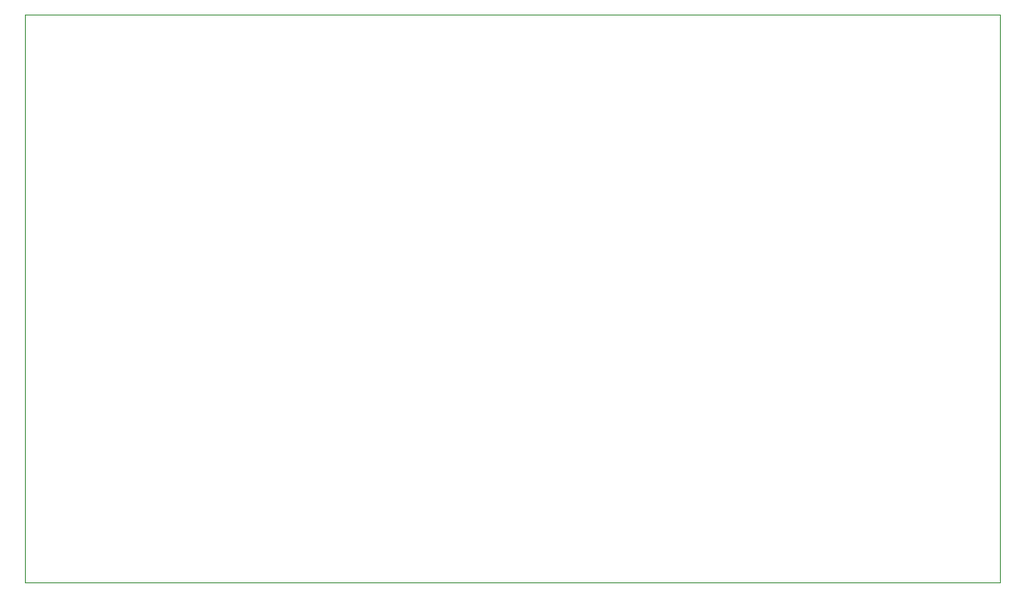
<source format=gbr>
%TF.GenerationSoftware,KiCad,Pcbnew,(5.1.8)-1*%
%TF.CreationDate,2021-03-05T14:15:40-05:00*%
%TF.ProjectId,BuckLinReg_5V,4275636b-4c69-46e5-9265-675f35562e6b,rev?*%
%TF.SameCoordinates,Original*%
%TF.FileFunction,Profile,NP*%
%FSLAX46Y46*%
G04 Gerber Fmt 4.6, Leading zero omitted, Abs format (unit mm)*
G04 Created by KiCad (PCBNEW (5.1.8)-1) date 2021-03-05 14:15:40*
%MOMM*%
%LPD*%
G01*
G04 APERTURE LIST*
%TA.AperFunction,Profile*%
%ADD10C,0.050000*%
%TD*%
G04 APERTURE END LIST*
D10*
X58000000Y-108000000D02*
X58000000Y-52000000D01*
X154000000Y-108000000D02*
X58000000Y-108000000D01*
X154000000Y-52000000D02*
X154000000Y-108000000D01*
X58000000Y-52000000D02*
X154000000Y-52000000D01*
M02*

</source>
